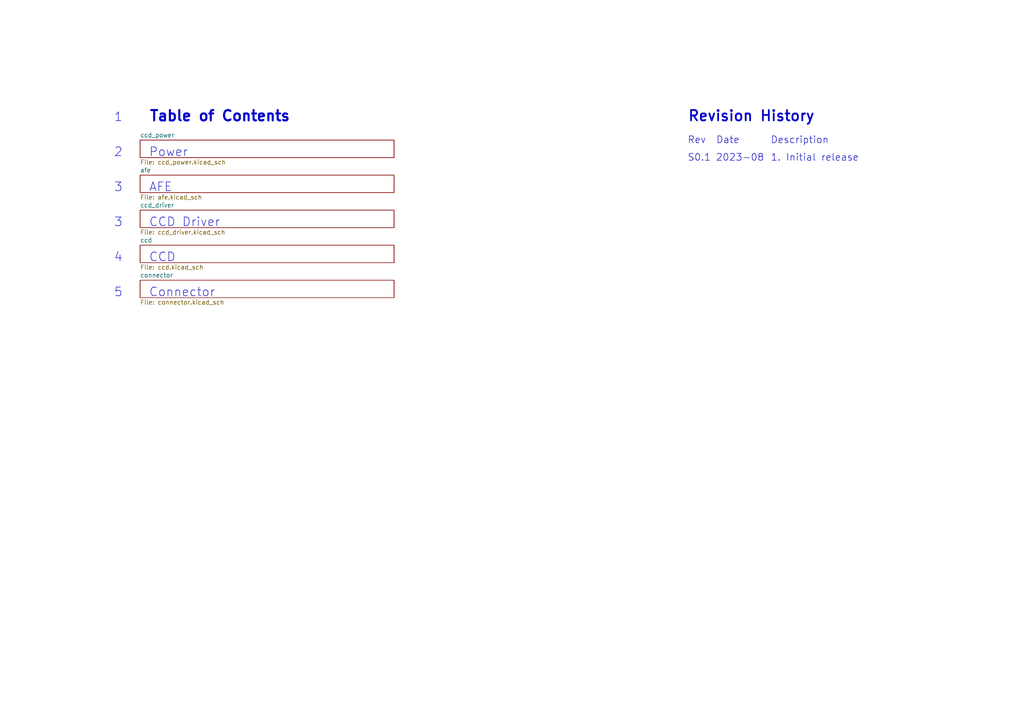
<source format=kicad_sch>
(kicad_sch (version 20230121) (generator eeschema)
  (paper "A4")
  (title_block (title "Sitina 1 Mainboard") (date "2023-03-16") (rev "R0.6") (company "Copyright 2023 Wenting Zhang") (comment 2 "MERCHANTABILITY, SATISFACTORY QUALITY AND FITNESS FOR A PARTICULAR PURPOSE.") (comment 3 "This source is distributed WITHOUT ANY EXPRESS OR IMPLIED WARRANTY, INCLUDING OF") (comment 4 "This source describes Open Hardware and is licensed under the CERN-OHL-P v2."))
  (lib_symbols)
  (text "AFE" (at 43.18 55.88 0) (effects (font (size 2.54 2.54)) (justify left bottom)))
  (text "3" (at 33.02 55.88 0) (effects (font (size 2.54 2.54)) (justify left bottom)))
  (text "3" (at 33.02 66.04 0) (effects (font (size 2.54 2.54)) (justify left bottom)))
  (text "CCD" (at 43.18 76.2 0) (effects (font (size 2.54 2.54)) (justify left bottom)))
  (text "Table of Contents" (at 43.18 35.56 0) (effects (font (size 2.9972 2.9972) (thickness 0.5994) bold) (justify left bottom)))
  (text "Connector" (at 43.18 86.36 0) (effects (font (size 2.54 2.54)) (justify left bottom)))
  (text "5" (at 33.02 86.36 0) (effects (font (size 2.54 2.54)) (justify left bottom)))
  (text "1" (at 33.02 35.56 0) (effects (font (size 2.54 2.54)) (justify left bottom)))
  (text "Rev  Date      Description " (at 199.39 41.91 0) (effects (font (size 2 2)) (justify left bottom)))
  (text "CCD Driver" (at 43.18 66.04 0) (effects (font (size 2.54 2.54)) (justify left bottom)))
  (text "Power" (at 43.18 45.72 0) (effects (font (size 2.54 2.54)) (justify left bottom)))
  (text "Revision History" (at 199.39 35.56 0) (effects (font (size 2.9972 2.9972) (thickness 0.508) bold) (justify left bottom)))
  (text "2" (at 33.02 45.72 0) (effects (font (size 2.54 2.54)) (justify left bottom)))
  (text "4" (at 33.02 76.2 0) (effects (font (size 2.54 2.54)) (justify left bottom)))
  (text "S0.1 2023-08" (at 199.39 46.99 0) (effects (font (size 2 2)) (justify left bottom)))
  (text "1. Initial release" (at 223.52 46.99 0) (effects (font (size 2 2)) (justify left bottom)))
  (sheet (at 40.64 81.28) (size 73.66 5.08) (stroke (width 0.1524))
    (property "Sheetname" "connector" (at 40.64 80.5684 0) (effects (justify left bottom)))
    (property "Sheetfile" "connector.kicad_sch" (at 40.64 86.9446 0) (effects (justify left top)))
  )
  (sheet (at 40.64 60.96) (size 73.66 5.08) (stroke (width 0.1524))
    (property "Sheetname" "ccd_driver" (at 40.64 60.2484 0) (effects (justify left bottom)))
    (property "Sheetfile" "ccd_driver.kicad_sch" (at 40.64 66.6246 0) (effects (justify left top)))
  )
  (sheet (at 40.64 40.64) (size 73.66 5.08) (stroke (width 0.1524))
    (property "Sheetname" "ccd_power" (at 40.64 39.9284 0) (effects (justify left bottom)))
    (property "Sheetfile" "ccd_power.kicad_sch" (at 40.64 46.3046 0) (effects (justify left top)))
  )
  (sheet (at 40.64 50.8) (size 73.66 5.08) (stroke (width 0.1524))
    (property "Sheetname" "afe" (at 40.64 50.0884 0) (effects (justify left bottom)))
    (property "Sheetfile" "afe.kicad_sch" (at 40.64 56.4646 0) (effects (justify left top)))
  )
  (sheet (at 40.64 71.12) (size 73.66 5.08) (stroke (width 0.1524))
    (property "Sheetname" "ccd" (at 40.64 70.4084 0) (effects (justify left bottom)))
    (property "Sheetfile" "ccd.kicad_sch" (at 40.64 76.7846 0) (effects (justify left top)))
  )
)
</source>
